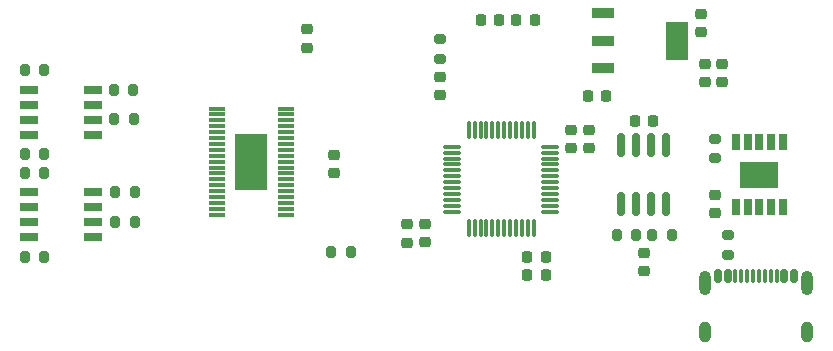
<source format=gbr>
%TF.GenerationSoftware,KiCad,Pcbnew,7.0.10-7.0.10~ubuntu22.04.1*%
%TF.CreationDate,2024-03-09T00:22:00+09:00*%
%TF.ProjectId,iolink,696f6c69-6e6b-42e6-9b69-6361645f7063,rev?*%
%TF.SameCoordinates,Original*%
%TF.FileFunction,Paste,Top*%
%TF.FilePolarity,Positive*%
%FSLAX46Y46*%
G04 Gerber Fmt 4.6, Leading zero omitted, Abs format (unit mm)*
G04 Created by KiCad (PCBNEW 7.0.10-7.0.10~ubuntu22.04.1) date 2024-03-09 00:22:00*
%MOMM*%
%LPD*%
G01*
G04 APERTURE LIST*
G04 Aperture macros list*
%AMRoundRect*
0 Rectangle with rounded corners*
0 $1 Rounding radius*
0 $2 $3 $4 $5 $6 $7 $8 $9 X,Y pos of 4 corners*
0 Add a 4 corners polygon primitive as box body*
4,1,4,$2,$3,$4,$5,$6,$7,$8,$9,$2,$3,0*
0 Add four circle primitives for the rounded corners*
1,1,$1+$1,$2,$3*
1,1,$1+$1,$4,$5*
1,1,$1+$1,$6,$7*
1,1,$1+$1,$8,$9*
0 Add four rect primitives between the rounded corners*
20,1,$1+$1,$2,$3,$4,$5,0*
20,1,$1+$1,$4,$5,$6,$7,0*
20,1,$1+$1,$6,$7,$8,$9,0*
20,1,$1+$1,$8,$9,$2,$3,0*%
G04 Aperture macros list end*
%ADD10RoundRect,0.225000X-0.225000X-0.250000X0.225000X-0.250000X0.225000X0.250000X-0.225000X0.250000X0*%
%ADD11RoundRect,0.200000X-0.200000X-0.275000X0.200000X-0.275000X0.200000X0.275000X-0.200000X0.275000X0*%
%ADD12RoundRect,0.225000X0.250000X-0.225000X0.250000X0.225000X-0.250000X0.225000X-0.250000X-0.225000X0*%
%ADD13RoundRect,0.200000X0.275000X-0.200000X0.275000X0.200000X-0.275000X0.200000X-0.275000X-0.200000X0*%
%ADD14R,0.700000X1.400000*%
%ADD15R,3.200000X2.300000*%
%ADD16RoundRect,0.200000X0.200000X0.275000X-0.200000X0.275000X-0.200000X-0.275000X0.200000X-0.275000X0*%
%ADD17RoundRect,0.225000X-0.250000X0.225000X-0.250000X-0.225000X0.250000X-0.225000X0.250000X0.225000X0*%
%ADD18RoundRect,0.150000X-0.150000X-0.425000X0.150000X-0.425000X0.150000X0.425000X-0.150000X0.425000X0*%
%ADD19RoundRect,0.075000X-0.075000X-0.500000X0.075000X-0.500000X0.075000X0.500000X-0.075000X0.500000X0*%
%ADD20O,1.000000X2.100000*%
%ADD21O,1.000000X1.800000*%
%ADD22R,1.850000X0.900000*%
%ADD23R,1.850000X3.200000*%
%ADD24R,1.450000X0.300000*%
%ADD25R,2.740000X4.750000*%
%ADD26RoundRect,0.075000X-0.075000X0.662500X-0.075000X-0.662500X0.075000X-0.662500X0.075000X0.662500X0*%
%ADD27RoundRect,0.075000X-0.662500X0.075000X-0.662500X-0.075000X0.662500X-0.075000X0.662500X0.075000X0*%
%ADD28RoundRect,0.225000X0.225000X0.250000X-0.225000X0.250000X-0.225000X-0.250000X0.225000X-0.250000X0*%
%ADD29R,1.525000X0.700000*%
%ADD30RoundRect,0.150000X-0.150000X0.825000X-0.150000X-0.825000X0.150000X-0.825000X0.150000X0.825000X0*%
G04 APERTURE END LIST*
D10*
%TO.C,C3*%
X102010000Y-80900000D03*
X103560000Y-80900000D03*
%TD*%
D11*
%TO.C,R8*%
X54315000Y-78670000D03*
X55965000Y-78670000D03*
%TD*%
%TO.C,R12*%
X61867000Y-80335000D03*
X63517000Y-80335000D03*
%TD*%
D12*
%TO.C,C13*%
X86720000Y-93270000D03*
X86720000Y-91720000D03*
%TD*%
%TO.C,C6*%
X113390000Y-79685000D03*
X113390000Y-78135000D03*
%TD*%
%TO.C,C1*%
X106725000Y-95712500D03*
X106725000Y-94162500D03*
%TD*%
D13*
%TO.C,R4*%
X113830000Y-94305000D03*
X113830000Y-92655000D03*
%TD*%
D14*
%TO.C,IC4*%
X114530000Y-90300000D03*
X115530000Y-90300000D03*
X116530000Y-90300000D03*
X117530000Y-90300000D03*
X118530000Y-90300000D03*
X118530000Y-84800000D03*
X117530000Y-84800000D03*
X116530000Y-84800000D03*
X115530000Y-84800000D03*
X114530000Y-84800000D03*
D15*
X116530000Y-87550000D03*
%TD*%
D16*
%TO.C,R13*%
X81915000Y-94090000D03*
X80265000Y-94090000D03*
%TD*%
D17*
%TO.C,C4*%
X111570000Y-73930000D03*
X111570000Y-75480000D03*
%TD*%
D18*
%TO.C,J2*%
X113040000Y-96090000D03*
X113840000Y-96090000D03*
D19*
X114990000Y-96090000D03*
X115990000Y-96090000D03*
X116490000Y-96090000D03*
X117490000Y-96090000D03*
D18*
X118640000Y-96090000D03*
X119440000Y-96090000D03*
X119440000Y-96090000D03*
X118640000Y-96090000D03*
D19*
X117990000Y-96090000D03*
X116990000Y-96090000D03*
X115490000Y-96090000D03*
X114490000Y-96090000D03*
D18*
X113840000Y-96090000D03*
X113040000Y-96090000D03*
D20*
X111920000Y-96665000D03*
D21*
X111920000Y-100845000D03*
D20*
X120560000Y-96665000D03*
D21*
X120560000Y-100845000D03*
%TD*%
D22*
%TO.C,IC2*%
X103310000Y-73870000D03*
X103310000Y-76170000D03*
X103310000Y-78470000D03*
D23*
X109510000Y-76170000D03*
%TD*%
D16*
%TO.C,R1*%
X109100000Y-92650000D03*
X107450000Y-92650000D03*
%TD*%
D24*
%TO.C,IC1*%
X70580000Y-81925000D03*
X70580000Y-82425000D03*
X70580000Y-82925000D03*
X70580000Y-83425000D03*
X70580000Y-83925000D03*
X70580000Y-84425000D03*
X70580000Y-84925000D03*
X70580000Y-85425000D03*
X70580000Y-85925000D03*
X70580000Y-86425000D03*
X70580000Y-86925000D03*
X70580000Y-87425000D03*
X70580000Y-87925000D03*
X70580000Y-88425000D03*
X70580000Y-88925000D03*
X70580000Y-89425000D03*
X70580000Y-89925000D03*
X70580000Y-90425000D03*
X70580000Y-90925000D03*
X76430000Y-90925000D03*
X76430000Y-90425000D03*
X76430000Y-89925000D03*
X76430000Y-89425000D03*
X76430000Y-88925000D03*
X76430000Y-88425000D03*
X76430000Y-87925000D03*
X76430000Y-87425000D03*
X76430000Y-86925000D03*
X76430000Y-86425000D03*
X76430000Y-85925000D03*
X76430000Y-85425000D03*
X76430000Y-84925000D03*
X76430000Y-84425000D03*
X76430000Y-83925000D03*
X76430000Y-83425000D03*
X76430000Y-82925000D03*
X76430000Y-82425000D03*
X76430000Y-81925000D03*
D25*
X73505000Y-86425000D03*
%TD*%
D13*
%TO.C,R3*%
X112780000Y-86155000D03*
X112780000Y-84505000D03*
%TD*%
D10*
%TO.C,C15*%
X92920000Y-74420000D03*
X94470000Y-74420000D03*
%TD*%
D13*
%TO.C,R14*%
X89500000Y-77705000D03*
X89500000Y-76055000D03*
%TD*%
D17*
%TO.C,C14*%
X78190000Y-75215000D03*
X78190000Y-76765000D03*
%TD*%
D12*
%TO.C,C18*%
X80500000Y-87375000D03*
X80500000Y-85825000D03*
%TD*%
D26*
%TO.C,U1*%
X97413002Y-83750000D03*
X96913002Y-83750000D03*
X96413002Y-83750000D03*
X95913002Y-83750000D03*
X95413002Y-83750000D03*
X94913002Y-83750000D03*
X94413002Y-83750000D03*
X93913002Y-83750000D03*
X93413002Y-83750000D03*
X92913002Y-83750000D03*
X92413002Y-83750000D03*
X91913002Y-83750000D03*
D27*
X90500502Y-85162500D03*
X90500502Y-85662500D03*
X90500502Y-86162500D03*
X90500502Y-86662500D03*
X90500502Y-87162500D03*
X90500502Y-87662500D03*
X90500502Y-88162500D03*
X90500502Y-88662500D03*
X90500502Y-89162500D03*
X90500502Y-89662500D03*
X90500502Y-90162500D03*
X90500502Y-90662500D03*
D26*
X91913002Y-92075000D03*
X92413002Y-92075000D03*
X92913002Y-92075000D03*
X93413002Y-92075000D03*
X93913002Y-92075000D03*
X94413002Y-92075000D03*
X94913002Y-92075000D03*
X95413002Y-92075000D03*
X95913002Y-92075000D03*
X96413002Y-92075000D03*
X96913002Y-92075000D03*
X97413002Y-92075000D03*
D27*
X98825502Y-90662500D03*
X98825502Y-90162500D03*
X98825502Y-89662500D03*
X98825502Y-89162500D03*
X98825502Y-88662500D03*
X98825502Y-88162500D03*
X98825502Y-87662500D03*
X98825502Y-87162500D03*
X98825502Y-86662500D03*
X98825502Y-86162500D03*
X98825502Y-85662500D03*
X98825502Y-85162500D03*
%TD*%
D12*
%TO.C,C17*%
X89500000Y-80765000D03*
X89500000Y-79215000D03*
%TD*%
D11*
%TO.C,R9*%
X54330000Y-87360000D03*
X55980000Y-87360000D03*
%TD*%
D17*
%TO.C,C11*%
X102120000Y-83710000D03*
X102120000Y-85260000D03*
%TD*%
D28*
%TO.C,C16*%
X97495000Y-74420000D03*
X95945000Y-74420000D03*
%TD*%
D12*
%TO.C,C5*%
X111930000Y-79685000D03*
X111930000Y-78135000D03*
%TD*%
D11*
%TO.C,R6*%
X54315000Y-85770000D03*
X55965000Y-85770000D03*
%TD*%
%TO.C,R10*%
X54330000Y-94520000D03*
X55980000Y-94520000D03*
%TD*%
D17*
%TO.C,C10*%
X100610000Y-83710000D03*
X100610000Y-85260000D03*
%TD*%
D29*
%TO.C,Q1*%
X60117000Y-92835000D03*
X60117000Y-91565000D03*
X60117000Y-90295000D03*
X60117000Y-89025000D03*
X54693000Y-89025000D03*
X54693000Y-90295000D03*
X54693000Y-91565000D03*
X54693000Y-92835000D03*
%TD*%
D11*
%TO.C,R5*%
X61965000Y-91520000D03*
X63615000Y-91520000D03*
%TD*%
D30*
%TO.C,U2*%
X108625000Y-85025000D03*
X107355000Y-85025000D03*
X106085000Y-85025000D03*
X104815000Y-85025000D03*
X104815000Y-89975000D03*
X106085000Y-89975000D03*
X107355000Y-89975000D03*
X108625000Y-89975000D03*
%TD*%
D29*
%TO.C,Q2*%
X60092000Y-84135000D03*
X60092000Y-82865000D03*
X60092000Y-81595000D03*
X60092000Y-80325000D03*
X54668000Y-80325000D03*
X54668000Y-81595000D03*
X54668000Y-82865000D03*
X54668000Y-84135000D03*
%TD*%
D11*
%TO.C,R7*%
X61980000Y-89030000D03*
X63630000Y-89030000D03*
%TD*%
D28*
%TO.C,C8*%
X98420000Y-95990000D03*
X96870000Y-95990000D03*
%TD*%
D12*
%TO.C,C2*%
X112780000Y-90755000D03*
X112780000Y-89205000D03*
%TD*%
D28*
%TO.C,C9*%
X98415000Y-94510000D03*
X96865000Y-94510000D03*
%TD*%
D16*
%TO.C,R2*%
X106085000Y-92650000D03*
X104435000Y-92650000D03*
%TD*%
D11*
%TO.C,R11*%
X61892000Y-82835000D03*
X63542000Y-82835000D03*
%TD*%
D10*
%TO.C,C7*%
X105970000Y-82960000D03*
X107520000Y-82960000D03*
%TD*%
D12*
%TO.C,C12*%
X88230000Y-93265000D03*
X88230000Y-91715000D03*
%TD*%
M02*

</source>
